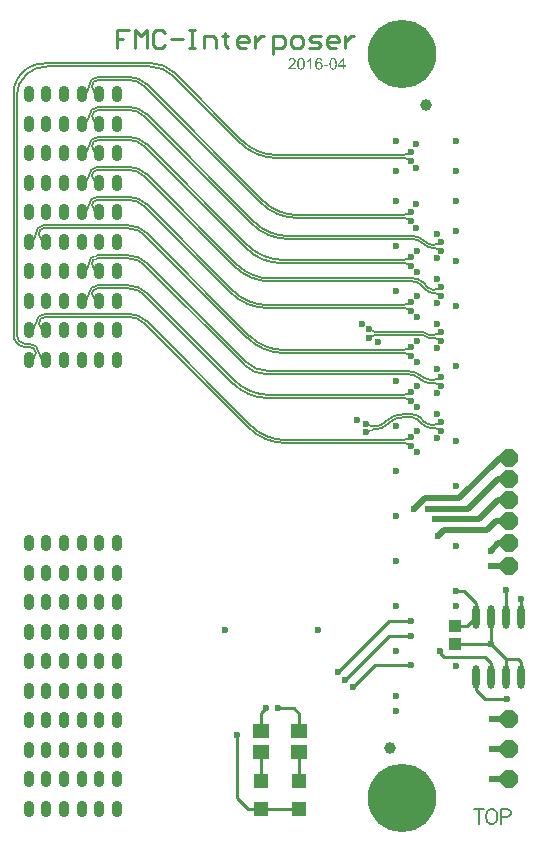
<source format=gtl>
G04 Layer_Physical_Order=1*
G04 Layer_Color=255*
%FSLAX24Y24*%
%MOIN*%
G70*
G01*
G75*
%ADD10C,0.0050*%
%ADD11C,0.0050*%
%ADD12R,0.0394X0.0394*%
%ADD13O,0.0236X0.0787*%
%ADD14R,0.0551X0.0472*%
%ADD15R,0.0512X0.0512*%
%ADD16P,0.0639X8X202.5*%
%ADD17C,0.0200*%
%ADD18C,0.0100*%
%ADD19C,0.0070*%
%ADD20O,0.0340X0.0550*%
%ADD21C,0.2283*%
%ADD22C,0.0394*%
%ADD23C,0.0236*%
G36*
X-3206Y22035D02*
X-3202Y22035D01*
X-3196Y22034D01*
X-3190Y22033D01*
X-3184Y22032D01*
X-3170Y22028D01*
X-3155Y22022D01*
X-3148Y22019D01*
X-3141Y22015D01*
X-3134Y22010D01*
X-3128Y22005D01*
X-3127Y22004D01*
X-3126Y22004D01*
X-3125Y22001D01*
X-3123Y21999D01*
X-3120Y21996D01*
X-3117Y21992D01*
X-3115Y21989D01*
X-3111Y21984D01*
X-3106Y21973D01*
X-3100Y21960D01*
X-3098Y21953D01*
X-3097Y21945D01*
X-3096Y21937D01*
X-3095Y21929D01*
Y21928D01*
Y21925D01*
X-3096Y21921D01*
X-3096Y21915D01*
X-3097Y21908D01*
X-3100Y21900D01*
X-3102Y21892D01*
X-3105Y21884D01*
X-3106Y21883D01*
X-3107Y21880D01*
X-3109Y21875D01*
X-3112Y21869D01*
X-3117Y21863D01*
X-3122Y21854D01*
X-3129Y21846D01*
X-3137Y21836D01*
X-3138Y21835D01*
X-3141Y21832D01*
X-3144Y21829D01*
X-3146Y21826D01*
X-3150Y21823D01*
X-3154Y21819D01*
X-3159Y21814D01*
X-3164Y21809D01*
X-3170Y21804D01*
X-3176Y21798D01*
X-3183Y21792D01*
X-3191Y21784D01*
X-3200Y21777D01*
X-3209Y21769D01*
X-3210Y21769D01*
X-3211Y21768D01*
X-3213Y21766D01*
X-3216Y21764D01*
X-3219Y21760D01*
X-3223Y21757D01*
X-3232Y21750D01*
X-3241Y21742D01*
X-3250Y21733D01*
X-3258Y21726D01*
X-3261Y21723D01*
X-3264Y21720D01*
X-3265Y21720D01*
X-3266Y21718D01*
X-3268Y21716D01*
X-3271Y21713D01*
X-3274Y21709D01*
X-3277Y21705D01*
X-3284Y21696D01*
X-3095D01*
Y21650D01*
X-3349D01*
Y21651D01*
Y21653D01*
Y21656D01*
X-3349Y21661D01*
X-3348Y21666D01*
X-3347Y21671D01*
X-3346Y21677D01*
X-3344Y21683D01*
Y21683D01*
X-3343Y21684D01*
X-3342Y21687D01*
X-3340Y21692D01*
X-3337Y21699D01*
X-3332Y21707D01*
X-3327Y21715D01*
X-3321Y21724D01*
X-3313Y21734D01*
Y21734D01*
X-3312Y21735D01*
X-3309Y21738D01*
X-3304Y21743D01*
X-3297Y21750D01*
X-3288Y21759D01*
X-3278Y21769D01*
X-3265Y21780D01*
X-3251Y21792D01*
X-3251Y21792D01*
X-3248Y21794D01*
X-3245Y21797D01*
X-3241Y21800D01*
X-3236Y21804D01*
X-3230Y21809D01*
X-3224Y21815D01*
X-3217Y21821D01*
X-3203Y21834D01*
X-3189Y21848D01*
X-3182Y21854D01*
X-3176Y21861D01*
X-3171Y21867D01*
X-3166Y21873D01*
Y21874D01*
X-3165Y21874D01*
X-3164Y21876D01*
X-3163Y21878D01*
X-3159Y21884D01*
X-3155Y21891D01*
X-3151Y21900D01*
X-3147Y21910D01*
X-3145Y21920D01*
X-3144Y21930D01*
Y21931D01*
Y21931D01*
X-3144Y21935D01*
X-3145Y21940D01*
X-3146Y21946D01*
X-3149Y21954D01*
X-3152Y21962D01*
X-3157Y21970D01*
X-3164Y21977D01*
X-3165Y21979D01*
X-3168Y21981D01*
X-3172Y21984D01*
X-3178Y21987D01*
X-3186Y21991D01*
X-3195Y21994D01*
X-3205Y21996D01*
X-3217Y21997D01*
X-3220D01*
X-3222Y21996D01*
X-3229Y21996D01*
X-3237Y21994D01*
X-3245Y21992D01*
X-3255Y21988D01*
X-3263Y21983D01*
X-3272Y21976D01*
X-3273Y21975D01*
X-3275Y21972D01*
X-3278Y21968D01*
X-3282Y21961D01*
X-3286Y21954D01*
X-3289Y21944D01*
X-3291Y21932D01*
X-3292Y21920D01*
X-3341Y21925D01*
Y21925D01*
X-3340Y21927D01*
Y21930D01*
X-3339Y21934D01*
X-3338Y21938D01*
X-3337Y21943D01*
X-3336Y21949D01*
X-3334Y21955D01*
X-3329Y21969D01*
X-3323Y21982D01*
X-3319Y21989D01*
X-3314Y21995D01*
X-3309Y22001D01*
X-3303Y22007D01*
X-3303Y22007D01*
X-3302Y22008D01*
X-3300Y22010D01*
X-3297Y22011D01*
X-3294Y22014D01*
X-3290Y22016D01*
X-3286Y22019D01*
X-3280Y22021D01*
X-3274Y22024D01*
X-3267Y22027D01*
X-3260Y22029D01*
X-3252Y22031D01*
X-3244Y22033D01*
X-3235Y22035D01*
X-3226Y22035D01*
X-3216Y22036D01*
X-3210D01*
X-3206Y22035D01*
D02*
G37*
G36*
X-2568Y21650D02*
X-2615D01*
Y21950D01*
X-2616Y21950D01*
X-2619Y21947D01*
X-2622Y21944D01*
X-2627Y21940D01*
X-2633Y21935D01*
X-2641Y21930D01*
X-2650Y21924D01*
X-2660Y21918D01*
X-2661D01*
X-2661Y21917D01*
X-2665Y21915D01*
X-2670Y21912D01*
X-2677Y21909D01*
X-2685Y21905D01*
X-2693Y21901D01*
X-2701Y21897D01*
X-2710Y21894D01*
Y21939D01*
X-2709D01*
X-2708Y21940D01*
X-2706Y21941D01*
X-2703Y21942D01*
X-2700Y21944D01*
X-2696Y21946D01*
X-2686Y21952D01*
X-2675Y21958D01*
X-2664Y21966D01*
X-2652Y21975D01*
X-2641Y21984D01*
X-2640Y21985D01*
X-2640Y21985D01*
X-2638Y21987D01*
X-2636Y21989D01*
X-2631Y21994D01*
X-2624Y22001D01*
X-2617Y22009D01*
X-2610Y22017D01*
X-2604Y22026D01*
X-2599Y22036D01*
X-2568D01*
Y21650D01*
D02*
G37*
G36*
X-1473Y21785D02*
X-1421D01*
Y21742D01*
X-1473D01*
Y21650D01*
X-1520D01*
Y21742D01*
X-1687D01*
Y21785D01*
X-1511Y22034D01*
X-1473D01*
Y21785D01*
D02*
G37*
G36*
X-1833Y22035D02*
X-1826Y22034D01*
X-1818Y22032D01*
X-1809Y22030D01*
X-1799Y22027D01*
X-1790Y22023D01*
X-1790D01*
X-1789Y22022D01*
X-1787Y22021D01*
X-1782Y22018D01*
X-1777Y22014D01*
X-1770Y22009D01*
X-1764Y22002D01*
X-1758Y21995D01*
X-1752Y21987D01*
X-1751Y21986D01*
X-1749Y21983D01*
X-1747Y21978D01*
X-1743Y21971D01*
X-1739Y21962D01*
X-1735Y21953D01*
X-1731Y21942D01*
X-1728Y21930D01*
Y21929D01*
X-1727Y21928D01*
X-1727Y21926D01*
X-1726Y21924D01*
X-1726Y21920D01*
X-1725Y21916D01*
X-1724Y21911D01*
X-1723Y21906D01*
X-1722Y21900D01*
X-1722Y21893D01*
X-1721Y21885D01*
X-1720Y21878D01*
X-1719Y21869D01*
Y21860D01*
X-1719Y21850D01*
Y21839D01*
Y21839D01*
Y21836D01*
Y21833D01*
Y21828D01*
X-1719Y21822D01*
Y21815D01*
X-1720Y21808D01*
X-1721Y21800D01*
X-1722Y21783D01*
X-1725Y21764D01*
X-1728Y21747D01*
X-1731Y21738D01*
X-1733Y21730D01*
Y21729D01*
X-1734Y21728D01*
X-1735Y21726D01*
X-1736Y21723D01*
X-1737Y21719D01*
X-1739Y21715D01*
X-1744Y21706D01*
X-1749Y21696D01*
X-1757Y21685D01*
X-1765Y21675D01*
X-1775Y21666D01*
X-1775D01*
X-1776Y21664D01*
X-1778Y21663D01*
X-1780Y21662D01*
X-1783Y21661D01*
X-1785Y21658D01*
X-1794Y21654D01*
X-1804Y21651D01*
X-1815Y21647D01*
X-1829Y21644D01*
X-1844Y21643D01*
X-1850D01*
X-1854Y21644D01*
X-1858Y21644D01*
X-1864Y21646D01*
X-1870Y21647D01*
X-1876Y21648D01*
X-1883Y21651D01*
X-1890Y21653D01*
X-1898Y21656D01*
X-1905Y21660D01*
X-1912Y21664D01*
X-1919Y21670D01*
X-1926Y21676D01*
X-1932Y21683D01*
X-1933Y21683D01*
X-1934Y21685D01*
X-1935Y21688D01*
X-1938Y21692D01*
X-1941Y21697D01*
X-1944Y21704D01*
X-1948Y21712D01*
X-1951Y21720D01*
X-1954Y21730D01*
X-1957Y21742D01*
X-1961Y21755D01*
X-1964Y21769D01*
X-1966Y21785D01*
X-1968Y21802D01*
X-1969Y21820D01*
X-1970Y21839D01*
Y21840D01*
Y21842D01*
Y21846D01*
Y21850D01*
X-1969Y21856D01*
Y21863D01*
X-1969Y21870D01*
X-1968Y21879D01*
X-1966Y21896D01*
X-1964Y21914D01*
X-1960Y21932D01*
X-1958Y21941D01*
X-1956Y21949D01*
Y21950D01*
X-1955Y21951D01*
X-1954Y21953D01*
X-1953Y21956D01*
X-1952Y21960D01*
X-1950Y21964D01*
X-1945Y21973D01*
X-1940Y21983D01*
X-1933Y21994D01*
X-1924Y22004D01*
X-1914Y22013D01*
X-1914D01*
X-1913Y22014D01*
X-1911Y22015D01*
X-1909Y22016D01*
X-1906Y22019D01*
X-1903Y22020D01*
X-1895Y22025D01*
X-1885Y22029D01*
X-1873Y22032D01*
X-1859Y22035D01*
X-1844Y22036D01*
X-1839D01*
X-1833Y22035D01*
D02*
G37*
G36*
X-2303D02*
X-2299D01*
X-2295Y22035D01*
X-2284Y22032D01*
X-2273Y22030D01*
X-2261Y22025D01*
X-2248Y22019D01*
X-2242Y22015D01*
X-2237Y22010D01*
X-2236Y22010D01*
X-2236Y22009D01*
X-2234Y22007D01*
X-2232Y22006D01*
X-2229Y22003D01*
X-2227Y22000D01*
X-2221Y21992D01*
X-2215Y21982D01*
X-2209Y21970D01*
X-2204Y21956D01*
X-2201Y21940D01*
X-2248Y21936D01*
Y21937D01*
X-2249Y21937D01*
X-2249Y21941D01*
X-2251Y21946D01*
X-2253Y21952D01*
X-2256Y21959D01*
X-2259Y21965D01*
X-2263Y21971D01*
X-2267Y21976D01*
X-2268Y21977D01*
X-2270Y21980D01*
X-2274Y21983D01*
X-2279Y21987D01*
X-2287Y21990D01*
X-2294Y21994D01*
X-2304Y21996D01*
X-2314Y21997D01*
X-2318D01*
X-2322Y21996D01*
X-2327Y21995D01*
X-2334Y21994D01*
X-2340Y21991D01*
X-2347Y21989D01*
X-2354Y21984D01*
X-2355Y21984D01*
X-2358Y21981D01*
X-2362Y21977D01*
X-2367Y21972D01*
X-2372Y21965D01*
X-2378Y21957D01*
X-2384Y21947D01*
X-2389Y21936D01*
Y21936D01*
X-2390Y21935D01*
X-2390Y21933D01*
X-2392Y21931D01*
X-2392Y21927D01*
X-2393Y21924D01*
X-2394Y21919D01*
X-2395Y21914D01*
X-2397Y21908D01*
X-2398Y21901D01*
X-2399Y21894D01*
X-2400Y21886D01*
X-2401Y21877D01*
X-2402Y21868D01*
X-2402Y21858D01*
Y21848D01*
X-2402Y21849D01*
X-2399Y21852D01*
X-2395Y21856D01*
X-2390Y21862D01*
X-2385Y21869D01*
X-2378Y21875D01*
X-2370Y21881D01*
X-2361Y21886D01*
X-2360D01*
X-2360Y21887D01*
X-2357Y21889D01*
X-2352Y21890D01*
X-2345Y21893D01*
X-2337Y21895D01*
X-2328Y21897D01*
X-2319Y21899D01*
X-2309Y21899D01*
X-2304D01*
X-2301Y21899D01*
X-2297Y21898D01*
X-2292Y21898D01*
X-2287Y21896D01*
X-2281Y21895D01*
X-2268Y21891D01*
X-2262Y21888D01*
X-2255Y21884D01*
X-2248Y21880D01*
X-2241Y21876D01*
X-2234Y21870D01*
X-2228Y21864D01*
X-2228Y21864D01*
X-2227Y21863D01*
X-2225Y21861D01*
X-2223Y21858D01*
X-2221Y21854D01*
X-2218Y21850D01*
X-2215Y21845D01*
X-2212Y21840D01*
X-2208Y21834D01*
X-2206Y21827D01*
X-2203Y21819D01*
X-2200Y21812D01*
X-2198Y21803D01*
X-2197Y21794D01*
X-2196Y21784D01*
X-2195Y21774D01*
Y21774D01*
Y21773D01*
Y21771D01*
Y21768D01*
X-2196Y21765D01*
Y21762D01*
X-2197Y21753D01*
X-2199Y21742D01*
X-2202Y21731D01*
X-2206Y21719D01*
X-2211Y21707D01*
Y21707D01*
X-2212Y21706D01*
X-2213Y21704D01*
X-2214Y21702D01*
X-2217Y21697D01*
X-2222Y21689D01*
X-2228Y21682D01*
X-2236Y21674D01*
X-2244Y21666D01*
X-2254Y21659D01*
X-2254D01*
X-2255Y21659D01*
X-2257Y21658D01*
X-2259Y21657D01*
X-2264Y21654D01*
X-2272Y21652D01*
X-2281Y21648D01*
X-2292Y21646D01*
X-2303Y21644D01*
X-2316Y21643D01*
X-2319D01*
X-2322Y21644D01*
X-2326D01*
X-2331Y21644D01*
X-2337Y21646D01*
X-2343Y21647D01*
X-2350Y21649D01*
X-2358Y21651D01*
X-2365Y21654D01*
X-2373Y21657D01*
X-2382Y21662D01*
X-2389Y21667D01*
X-2397Y21672D01*
X-2405Y21679D01*
X-2412Y21687D01*
X-2413Y21687D01*
X-2414Y21689D01*
X-2415Y21691D01*
X-2418Y21695D01*
X-2421Y21700D01*
X-2424Y21706D01*
X-2427Y21713D01*
X-2430Y21720D01*
X-2434Y21730D01*
X-2438Y21740D01*
X-2440Y21752D01*
X-2443Y21765D01*
X-2446Y21779D01*
X-2448Y21795D01*
X-2449Y21812D01*
X-2449Y21829D01*
Y21830D01*
Y21830D01*
Y21832D01*
Y21834D01*
X-2449Y21840D01*
Y21848D01*
X-2448Y21856D01*
X-2447Y21867D01*
X-2446Y21879D01*
X-2444Y21891D01*
X-2442Y21904D01*
X-2439Y21918D01*
X-2436Y21931D01*
X-2432Y21945D01*
X-2427Y21957D01*
X-2421Y21970D01*
X-2415Y21981D01*
X-2408Y21991D01*
X-2408Y21992D01*
X-2406Y21993D01*
X-2404Y21995D01*
X-2402Y21999D01*
X-2398Y22002D01*
X-2394Y22005D01*
X-2388Y22010D01*
X-2383Y22014D01*
X-2376Y22017D01*
X-2369Y22022D01*
X-2360Y22025D01*
X-2352Y22029D01*
X-2343Y22032D01*
X-2333Y22034D01*
X-2322Y22035D01*
X-2311Y22036D01*
X-2307D01*
X-2303Y22035D01*
D02*
G37*
G36*
X-2908D02*
X-2900Y22034D01*
X-2892Y22032D01*
X-2883Y22030D01*
X-2874Y22027D01*
X-2865Y22023D01*
X-2864D01*
X-2864Y22022D01*
X-2861Y22021D01*
X-2857Y22018D01*
X-2851Y22014D01*
X-2845Y22009D01*
X-2838Y22002D01*
X-2832Y21995D01*
X-2826Y21987D01*
X-2826Y21986D01*
X-2823Y21983D01*
X-2821Y21978D01*
X-2817Y21971D01*
X-2814Y21962D01*
X-2809Y21953D01*
X-2806Y21942D01*
X-2802Y21930D01*
Y21929D01*
X-2802Y21928D01*
X-2801Y21926D01*
X-2801Y21924D01*
X-2800Y21920D01*
X-2799Y21916D01*
X-2798Y21911D01*
X-2798Y21906D01*
X-2797Y21900D01*
X-2796Y21893D01*
X-2796Y21885D01*
X-2794Y21878D01*
X-2794Y21869D01*
Y21860D01*
X-2793Y21850D01*
Y21839D01*
Y21839D01*
Y21836D01*
Y21833D01*
Y21828D01*
X-2794Y21822D01*
Y21815D01*
X-2794Y21808D01*
X-2795Y21800D01*
X-2797Y21783D01*
X-2799Y21764D01*
X-2803Y21747D01*
X-2805Y21738D01*
X-2808Y21730D01*
Y21729D01*
X-2808Y21728D01*
X-2809Y21726D01*
X-2811Y21723D01*
X-2812Y21719D01*
X-2814Y21715D01*
X-2818Y21706D01*
X-2824Y21696D01*
X-2831Y21685D01*
X-2839Y21675D01*
X-2849Y21666D01*
X-2850D01*
X-2851Y21664D01*
X-2852Y21663D01*
X-2854Y21662D01*
X-2857Y21661D01*
X-2860Y21658D01*
X-2868Y21654D01*
X-2878Y21651D01*
X-2890Y21647D01*
X-2904Y21644D01*
X-2919Y21643D01*
X-2924D01*
X-2928Y21644D01*
X-2933Y21644D01*
X-2938Y21646D01*
X-2944Y21647D01*
X-2951Y21648D01*
X-2958Y21651D01*
X-2965Y21653D01*
X-2972Y21656D01*
X-2979Y21660D01*
X-2986Y21664D01*
X-2994Y21670D01*
X-3000Y21676D01*
X-3006Y21683D01*
X-3007Y21683D01*
X-3008Y21685D01*
X-3010Y21688D01*
X-3013Y21692D01*
X-3015Y21697D01*
X-3018Y21704D01*
X-3022Y21712D01*
X-3025Y21720D01*
X-3029Y21730D01*
X-3032Y21742D01*
X-3035Y21755D01*
X-3038Y21769D01*
X-3041Y21785D01*
X-3043Y21802D01*
X-3044Y21820D01*
X-3044Y21839D01*
Y21840D01*
Y21842D01*
Y21846D01*
Y21850D01*
X-3044Y21856D01*
Y21863D01*
X-3043Y21870D01*
X-3043Y21879D01*
X-3041Y21896D01*
X-3038Y21914D01*
X-3035Y21932D01*
X-3033Y21941D01*
X-3030Y21949D01*
Y21950D01*
X-3030Y21951D01*
X-3029Y21953D01*
X-3028Y21956D01*
X-3026Y21960D01*
X-3024Y21964D01*
X-3020Y21973D01*
X-3014Y21983D01*
X-3007Y21994D01*
X-2999Y22004D01*
X-2989Y22013D01*
X-2988D01*
X-2988Y22014D01*
X-2986Y22015D01*
X-2984Y22016D01*
X-2981Y22019D01*
X-2978Y22020D01*
X-2969Y22025D01*
X-2959Y22029D01*
X-2948Y22032D01*
X-2934Y22035D01*
X-2919Y22036D01*
X-2914D01*
X-2908Y22035D01*
D02*
G37*
G36*
X-2008Y21765D02*
X-2154D01*
Y21813D01*
X-2008D01*
Y21765D01*
D02*
G37*
%LPC*%
G36*
X-1845Y21997D02*
X-1848D01*
X-1850Y21996D01*
X-1856Y21995D01*
X-1864Y21994D01*
X-1872Y21990D01*
X-1881Y21985D01*
X-1885Y21982D01*
X-1890Y21979D01*
X-1894Y21974D01*
X-1898Y21969D01*
Y21969D01*
X-1899Y21967D01*
X-1900Y21965D01*
X-1901Y21962D01*
X-1903Y21958D01*
X-1905Y21953D01*
X-1907Y21947D01*
X-1909Y21940D01*
X-1911Y21931D01*
X-1914Y21922D01*
X-1916Y21911D01*
X-1918Y21900D01*
X-1919Y21886D01*
X-1920Y21872D01*
X-1921Y21856D01*
X-1921Y21839D01*
Y21838D01*
Y21835D01*
Y21830D01*
X-1921Y21824D01*
Y21816D01*
X-1920Y21808D01*
X-1920Y21798D01*
X-1919Y21788D01*
X-1916Y21767D01*
X-1914Y21756D01*
X-1912Y21746D01*
X-1910Y21737D01*
X-1906Y21728D01*
X-1903Y21720D01*
X-1899Y21713D01*
Y21713D01*
X-1898Y21712D01*
X-1895Y21708D01*
X-1890Y21703D01*
X-1884Y21698D01*
X-1876Y21692D01*
X-1866Y21687D01*
X-1856Y21683D01*
X-1850Y21683D01*
X-1844Y21682D01*
X-1841D01*
X-1839Y21683D01*
X-1833Y21684D01*
X-1825Y21686D01*
X-1817Y21690D01*
X-1808Y21696D01*
X-1803Y21699D01*
X-1799Y21703D01*
X-1794Y21708D01*
X-1790Y21713D01*
Y21714D01*
X-1789Y21715D01*
X-1788Y21717D01*
X-1787Y21719D01*
X-1784Y21723D01*
X-1783Y21728D01*
X-1780Y21734D01*
X-1778Y21740D01*
X-1777Y21749D01*
X-1774Y21758D01*
X-1772Y21768D01*
X-1770Y21779D01*
X-1769Y21793D01*
X-1768Y21807D01*
X-1767Y21822D01*
Y21839D01*
Y21840D01*
Y21840D01*
Y21843D01*
Y21848D01*
X-1768Y21855D01*
Y21862D01*
X-1768Y21871D01*
X-1769Y21880D01*
X-1770Y21891D01*
X-1773Y21912D01*
X-1774Y21923D01*
X-1777Y21932D01*
X-1779Y21942D01*
X-1782Y21951D01*
X-1785Y21959D01*
X-1789Y21965D01*
Y21966D01*
X-1790Y21966D01*
X-1792Y21968D01*
X-1793Y21970D01*
X-1798Y21975D01*
X-1804Y21981D01*
X-1813Y21987D01*
X-1822Y21992D01*
X-1827Y21994D01*
X-1833Y21996D01*
X-1839Y21996D01*
X-1845Y21997D01*
D02*
G37*
G36*
X-1520Y21957D02*
X-1641Y21785D01*
X-1520D01*
Y21957D01*
D02*
G37*
G36*
X-2919Y21997D02*
X-2923D01*
X-2925Y21996D01*
X-2931Y21995D01*
X-2938Y21994D01*
X-2947Y21990D01*
X-2955Y21985D01*
X-2960Y21982D01*
X-2964Y21979D01*
X-2968Y21974D01*
X-2972Y21969D01*
Y21969D01*
X-2973Y21967D01*
X-2974Y21965D01*
X-2976Y21962D01*
X-2978Y21958D01*
X-2980Y21953D01*
X-2981Y21947D01*
X-2984Y21940D01*
X-2986Y21931D01*
X-2988Y21922D01*
X-2990Y21911D01*
X-2992Y21900D01*
X-2994Y21886D01*
X-2995Y21872D01*
X-2995Y21856D01*
X-2996Y21839D01*
Y21838D01*
Y21835D01*
Y21830D01*
X-2995Y21824D01*
Y21816D01*
X-2995Y21808D01*
X-2994Y21798D01*
X-2993Y21788D01*
X-2990Y21767D01*
X-2989Y21756D01*
X-2986Y21746D01*
X-2984Y21737D01*
X-2981Y21728D01*
X-2978Y21720D01*
X-2974Y21713D01*
Y21713D01*
X-2973Y21712D01*
X-2970Y21708D01*
X-2965Y21703D01*
X-2959Y21698D01*
X-2950Y21692D01*
X-2941Y21687D01*
X-2930Y21683D01*
X-2925Y21683D01*
X-2919Y21682D01*
X-2915D01*
X-2913Y21683D01*
X-2908Y21684D01*
X-2900Y21686D01*
X-2892Y21690D01*
X-2882Y21696D01*
X-2878Y21699D01*
X-2873Y21703D01*
X-2869Y21708D01*
X-2864Y21713D01*
Y21714D01*
X-2863Y21715D01*
X-2862Y21717D01*
X-2861Y21719D01*
X-2859Y21723D01*
X-2857Y21728D01*
X-2855Y21734D01*
X-2853Y21740D01*
X-2851Y21749D01*
X-2849Y21758D01*
X-2847Y21768D01*
X-2845Y21779D01*
X-2844Y21793D01*
X-2843Y21807D01*
X-2842Y21822D01*
Y21839D01*
Y21840D01*
Y21840D01*
Y21843D01*
Y21848D01*
X-2842Y21855D01*
Y21862D01*
X-2843Y21871D01*
X-2843Y21880D01*
X-2844Y21891D01*
X-2847Y21912D01*
X-2849Y21923D01*
X-2851Y21932D01*
X-2853Y21942D01*
X-2857Y21951D01*
X-2860Y21959D01*
X-2864Y21965D01*
Y21966D01*
X-2865Y21966D01*
X-2866Y21968D01*
X-2868Y21970D01*
X-2873Y21975D01*
X-2879Y21981D01*
X-2887Y21987D01*
X-2897Y21992D01*
X-2902Y21994D01*
X-2907Y21996D01*
X-2913Y21996D01*
X-2919Y21997D01*
D02*
G37*
G36*
X-2318Y21858D02*
X-2322D01*
X-2324Y21857D01*
X-2329Y21856D01*
X-2337Y21855D01*
X-2345Y21852D01*
X-2355Y21848D01*
X-2364Y21842D01*
X-2373Y21834D01*
X-2374Y21833D01*
X-2376Y21830D01*
X-2380Y21825D01*
X-2384Y21818D01*
X-2388Y21810D01*
X-2392Y21799D01*
X-2394Y21788D01*
X-2395Y21774D01*
Y21773D01*
Y21770D01*
X-2394Y21765D01*
X-2394Y21759D01*
X-2393Y21752D01*
X-2390Y21744D01*
X-2388Y21736D01*
X-2385Y21728D01*
X-2384Y21727D01*
X-2383Y21724D01*
X-2380Y21720D01*
X-2377Y21715D01*
X-2373Y21710D01*
X-2368Y21704D01*
X-2363Y21699D01*
X-2356Y21694D01*
X-2355Y21693D01*
X-2353Y21692D01*
X-2349Y21690D01*
X-2344Y21688D01*
X-2338Y21686D01*
X-2332Y21684D01*
X-2324Y21683D01*
X-2317Y21682D01*
X-2314D01*
X-2312Y21683D01*
X-2306Y21683D01*
X-2299Y21685D01*
X-2291Y21688D01*
X-2282Y21692D01*
X-2273Y21698D01*
X-2269Y21702D01*
X-2265Y21706D01*
Y21707D01*
X-2264Y21707D01*
X-2262Y21711D01*
X-2258Y21716D01*
X-2254Y21723D01*
X-2250Y21733D01*
X-2247Y21744D01*
X-2244Y21757D01*
X-2243Y21772D01*
Y21772D01*
Y21773D01*
Y21775D01*
X-2244Y21778D01*
Y21782D01*
X-2244Y21785D01*
X-2246Y21794D01*
X-2248Y21804D01*
X-2252Y21815D01*
X-2258Y21825D01*
X-2265Y21834D01*
X-2266Y21835D01*
X-2269Y21838D01*
X-2273Y21841D01*
X-2279Y21846D01*
X-2287Y21850D01*
X-2296Y21854D01*
X-2307Y21856D01*
X-2318Y21858D01*
D02*
G37*
%LPD*%
D10*
X750Y13607D02*
G03*
X525Y13700I-225J-225D01*
G01*
X-8138Y17088D02*
G03*
X-8650Y17300I-512J-512D01*
G01*
X-9717D02*
G03*
X-9883Y17134I0J-166D01*
G01*
D02*
G03*
X-9638Y16889I245J0D01*
G01*
X-5257Y14207D02*
G03*
X-4033Y13700I1223J1223D01*
G01*
X750Y9107D02*
G03*
X525Y9200I-225J-225D01*
G01*
X-8138Y13188D02*
G03*
X-8650Y13400I-512J-512D01*
G01*
X-11452D02*
G03*
X-11655Y13197I0J-203D01*
G01*
D02*
G03*
X-11409Y12952I245J0D01*
G01*
X-4657Y9707D02*
G03*
X-3433Y9200I1223J1223D01*
G01*
X1164Y11374D02*
G03*
X1101Y11429I-553J-564D01*
G01*
X1169Y11369D02*
G03*
X1164Y11374I-559J-559D01*
G01*
X1525Y11300D02*
G03*
X1750Y11393I0J318D01*
G01*
X1164Y11374D02*
G03*
X1393Y11300I230J318D01*
G01*
X-9733Y15450D02*
G03*
X-9983Y15200I0J-250D01*
G01*
X-8067Y15209D02*
G03*
X-8650Y15450I-583J-583D01*
G01*
X-4781Y11922D02*
G03*
X-4003Y11600I778J778D01*
G01*
X1101Y11429D02*
G03*
X610Y11600I-491J-619D01*
G01*
X750Y12107D02*
G03*
X525Y12200I-225J-225D01*
G01*
X-4707Y12707D02*
G03*
X-3483Y12200I1223J1223D01*
G01*
X-8138Y16138D02*
G03*
X-8650Y16350I-512J-512D01*
G01*
X-11505D02*
G03*
X-11655Y16200I0J-150D01*
G01*
Y16150D02*
G03*
X-11409Y15905I245J0D01*
G01*
X1525Y14300D02*
G03*
X1750Y14393I0J318D01*
G01*
X1329Y14371D02*
G03*
X1500Y14300I171J171D01*
G01*
X-9702Y18400D02*
G03*
X-9983Y18119I0J-281D01*
G01*
X-8067Y18159D02*
G03*
X-8650Y18400I-583J-583D01*
G01*
X1150Y14550D02*
G03*
X824Y14685I-326J-326D01*
G01*
X-5071Y15162D02*
G03*
X-3918Y14685I1153J1153D01*
G01*
X1050Y10050D02*
G03*
X809Y10150I-241J-241D01*
G01*
X433D02*
G03*
X-50Y9950I0J-683D01*
G01*
X1525Y9800D02*
G03*
X1750Y9893I0J318D01*
G01*
X1194Y9906D02*
G03*
X1450Y9800I256J256D01*
G01*
X-490Y9750D02*
G03*
X-80Y9920I0J579D01*
G01*
X-750Y9843D02*
G03*
X-525Y9750I225J225D01*
G01*
X1098Y11298D02*
G03*
X1393Y11200I295J395D01*
G01*
X1750Y11107D02*
G03*
X1525Y11200I-225J-225D01*
G01*
X1035Y11354D02*
G03*
X610Y11500I-425J-544D01*
G01*
X1098Y11298D02*
G03*
X1035Y11354I-488J-488D01*
G01*
X-8138Y15138D02*
G03*
X-8650Y15350I-512J-512D01*
G01*
X-9883Y15166D02*
G03*
X-9638Y14920I245J0D01*
G01*
X-9733Y15350D02*
G03*
X-9883Y15200I0J-150D01*
G01*
X-4793Y11793D02*
G03*
X-4086Y11500I707J707D01*
G01*
X-650Y12993D02*
G03*
X-437Y12900I225J225D01*
G01*
X1525Y12800D02*
G03*
X1750Y12893I0J318D01*
G01*
X1321Y12821D02*
G03*
X1371Y12800I50J50D01*
G01*
X1321Y12821D02*
G03*
X1129Y12900I-192J-192D01*
G01*
X525Y16800D02*
G03*
X750Y16893I0J318D01*
G01*
X-4186Y17277D02*
G03*
X-3033Y16800I1153J1153D01*
G01*
X-8067Y21159D02*
G03*
X-8650Y21400I-583J-583D01*
G01*
X-9683D02*
G03*
X-9983Y21100I0J-300D01*
G01*
X1750Y14107D02*
G03*
X1525Y14200I-225J-225D01*
G01*
X1259Y14300D02*
G03*
X1500Y14200I241J241D01*
G01*
X-8138Y18088D02*
G03*
X-8650Y18300I-512J-512D01*
G01*
X-9702D02*
G03*
X-9883Y18118I0J-181D01*
G01*
D02*
G03*
X-9638Y17873I245J0D01*
G01*
X1079Y14479D02*
G03*
X824Y14585I-255J-255D01*
G01*
X-5142Y15092D02*
G03*
X-3918Y14585I1223J1223D01*
G01*
X979Y9979D02*
G03*
X809Y10050I-171J-171D01*
G01*
X1123Y9835D02*
G03*
X1450Y9700I327J327D01*
G01*
X433Y10050D02*
G03*
X21Y9879I0J-583D01*
G01*
X1750Y9607D02*
G03*
X1525Y9700I-225J-225D01*
G01*
X-490Y9650D02*
G03*
X-10Y9849I0J679D01*
G01*
X-525Y9650D02*
G03*
X-750Y9557I0J-318D01*
G01*
X525Y15300D02*
G03*
X750Y15393I0J318D01*
G01*
X-4715Y15807D02*
G03*
X-3492Y15300I1223J1223D01*
G01*
X-8067Y19159D02*
G03*
X-8650Y19400I-583J-583D01*
G01*
X-9683D02*
G03*
X-9983Y19100I0J-300D01*
G01*
X-10226Y18857D02*
G03*
X-9983Y19100I0J243D01*
G01*
X750Y16607D02*
G03*
X525Y16700I-225J-225D01*
G01*
X-8138Y21088D02*
G03*
X-8650Y21300I-512J-512D01*
G01*
X-9683D02*
G03*
X-9883Y21100I0J-200D01*
G01*
X-4257Y17207D02*
G03*
X-3033Y16700I1223J1223D01*
G01*
X-9883Y21071D02*
G03*
X-9638Y20826I245J0D01*
G01*
X1250Y12750D02*
G03*
X1371Y12700I121J121D01*
G01*
X1250Y12750D02*
G03*
X1129Y12800I-121J-121D01*
G01*
X-450Y12800D02*
G03*
X-632Y12724I0J-258D01*
G01*
X1750Y12607D02*
G03*
X1525Y12700I-225J-225D01*
G01*
X-7157Y21557D02*
G03*
X-7864Y21850I-707J-707D01*
G01*
X525Y18800D02*
G03*
X750Y18893I0J318D01*
G01*
X-4877Y19277D02*
G03*
X-3725Y18800I1153J1153D01*
G01*
X-11500Y21850D02*
G03*
X-12394Y21297I0J-1000D01*
G01*
D02*
G03*
X-12500Y20850I894J-447D01*
G01*
X-11755Y12200D02*
G03*
X-11955Y12400I-200J0D01*
G01*
X-11987Y11968D02*
G03*
X-11755Y12200I0J232D01*
G01*
X-12500Y12800D02*
G03*
X-12100Y12400I400J0D01*
G01*
X750Y15107D02*
G03*
X525Y15200I-225J-225D01*
G01*
X-4727Y15677D02*
G03*
X-3575Y15200I1153J1153D01*
G01*
X-8138Y19088D02*
G03*
X-8650Y19300I-512J-512D01*
G01*
X-9683D02*
G03*
X-9883Y19100I0J-200D01*
G01*
D02*
G03*
X-9641Y18857I243J0D01*
G01*
X1525Y15800D02*
G03*
X1750Y15893I0J318D01*
G01*
X1209Y15924D02*
G03*
X1510Y15800I301J301D01*
G01*
X-9670Y20400D02*
G03*
X-9983Y20087I0J-313D01*
G01*
X-8067Y20159D02*
G03*
X-8650Y20400I-583J-583D01*
G01*
X1209Y15925D02*
G03*
X786Y16100I-423J-424D01*
G01*
X-4486Y16577D02*
G03*
X-3333Y16100I1153J1153D01*
G01*
X750Y18607D02*
G03*
X525Y18700I-225J-225D01*
G01*
X-7169Y21428D02*
G03*
X-7947Y21750I-778J-778D01*
G01*
X-4948Y19207D02*
G03*
X-3725Y18700I1223J1223D01*
G01*
X-11400Y21750D02*
G03*
X-12063Y21498I0J-1000D01*
G01*
D02*
G03*
X-12400Y20750I663J-748D01*
G01*
Y12800D02*
G03*
X-12100Y12500I300J0D01*
G01*
X-11655Y12200D02*
G03*
X-11422Y11968I232J0D01*
G01*
X-11655Y12200D02*
G03*
X-11955Y12500I-300J0D01*
G01*
X525Y10800D02*
G03*
X750Y10893I0J318D01*
G01*
X-8067Y14209D02*
G03*
X-8650Y14450I-583J-583D01*
G01*
X-9715D02*
G03*
X-9983Y14181I0J-269D01*
G01*
X-5165Y11307D02*
G03*
X-3942Y10800I1223J1223D01*
G01*
X1750Y15607D02*
G03*
X1525Y15700I-225J-225D01*
G01*
X1139Y15854D02*
G03*
X786Y16000I-353J-353D01*
G01*
X1139Y15854D02*
G03*
X1510Y15700I371J371D01*
G01*
X-8138Y20088D02*
G03*
X-8650Y20300I-512J-512D01*
G01*
X-9670D02*
G03*
X-9883Y20087I0J-213D01*
G01*
D02*
G03*
X-9638Y19842I245J0D01*
G01*
X-4557Y16507D02*
G03*
X-3333Y16000I1223J1223D01*
G01*
X525Y13800D02*
G03*
X750Y13893I0J318D01*
G01*
X-8067Y17159D02*
G03*
X-8650Y17400I-583J-583D01*
G01*
X-9717D02*
G03*
X-9983Y17134I0J-266D01*
G01*
X-5186Y14277D02*
G03*
X-4033Y13800I1153J1153D01*
G01*
X525Y9300D02*
G03*
X750Y9393I0J318D01*
G01*
X-8067Y13259D02*
G03*
X-8650Y13500I-583J-583D01*
G01*
X-11452D02*
G03*
X-11755Y13197I0J-303D01*
G01*
X-4586Y9777D02*
G03*
X-3433Y9300I1153J1153D01*
G01*
X750Y10607D02*
G03*
X525Y10700I-225J-225D01*
G01*
X-8138Y14138D02*
G03*
X-8650Y14350I-512J-512D01*
G01*
X-9715D02*
G03*
X-9883Y14181I0J-169D01*
G01*
D02*
G03*
X-9638Y13936I245J0D01*
G01*
X-5177Y11177D02*
G03*
X-4025Y10700I1153J1153D01*
G01*
X525Y12300D02*
G03*
X750Y12393I0J318D01*
G01*
X-4636Y12777D02*
G03*
X-3483Y12300I1153J1153D01*
G01*
X-8067Y16209D02*
G03*
X-8650Y16450I-583J-583D01*
G01*
X-11505D02*
G03*
X-11755Y16200I0J-250D01*
G01*
X-10228Y14920D02*
G03*
X-9983Y15166I0J245D01*
G01*
X-10228Y20826D02*
G03*
X-9983Y21071I0J245D01*
G01*
X-10228Y16889D02*
G03*
X-9983Y17134I0J245D01*
G01*
X-10228Y13936D02*
G03*
X-9983Y14181I0J245D01*
G01*
X-10228Y19842D02*
G03*
X-9983Y20087I0J245D01*
G01*
X1209Y15925D02*
G03*
X1209Y15924I301J301D01*
G01*
X-10228Y17873D02*
G03*
X-9983Y18119I0J245D01*
G01*
X-12000Y12952D02*
G03*
X-11755Y13197I0J245D01*
G01*
X-12000Y15905D02*
G03*
X-11755Y16150I0J245D01*
G01*
X-4033Y13700D02*
X525D01*
X-9717Y17300D02*
X-8650D01*
X-8138Y17088D02*
X-5257Y14207D01*
X-3433Y9200D02*
X525D01*
X-11452Y13400D02*
X-8650D01*
X-8138Y13188D02*
X-4657Y9707D01*
X1393Y11300D02*
X1525D01*
X-9733Y15450D02*
X-8650D01*
X-9983Y15166D02*
Y15200D01*
X-4003Y11600D02*
X610D01*
X-8067Y15209D02*
X-4781Y11922D01*
X-3483Y12200D02*
X525D01*
X-11505Y16350D02*
X-8650D01*
X-11655Y16150D02*
Y16200D01*
X-8138Y16138D02*
X-4707Y12707D01*
X1500Y14300D02*
X1525D01*
X-9702Y18400D02*
X-8650D01*
X-3918Y14685D02*
X824D01*
X1329Y14371D02*
X1329Y14371D01*
X1150Y14550D02*
X1329Y14371D01*
X433Y10150D02*
X809D01*
X-80Y9920D02*
X-50Y9950D01*
X1450Y9800D02*
X1525D01*
X-525Y9750D02*
X-490D01*
X1393Y11200D02*
X1525D01*
X-9733Y15350D02*
X-8650D01*
X-9883Y15166D02*
Y15200D01*
X-4086Y11500D02*
X610D01*
X-8138Y15138D02*
X-4793Y11793D01*
X-437Y12900D02*
X1129D01*
X-437Y12900D02*
X-437Y12900D01*
X1371Y12800D02*
X1525D01*
X-3033Y16800D02*
X525D01*
X-9683Y21400D02*
X-8650D01*
X-9983Y21071D02*
Y21100D01*
X1500Y14200D02*
X1525D01*
X1079Y14479D02*
X1259Y14300D01*
X-9702Y18300D02*
X-8650D01*
X-3918Y14585D02*
X824D01*
X-8138Y18088D02*
X-5142Y15092D01*
X979Y9979D02*
X1123Y9835D01*
X1450Y9700D02*
X1525D01*
X433Y10050D02*
X809D01*
X-10Y9849D02*
X21Y9879D01*
X-525Y9650D02*
X-490D01*
X-3492Y15300D02*
X525D01*
X-9683Y19400D02*
X-8650D01*
X-10228Y18857D02*
X-10226D01*
X-4257Y17207D02*
Y17207D01*
X-3033Y16700D02*
X525D01*
X-9683Y21300D02*
X-8650D01*
X-9883Y21071D02*
Y21100D01*
X-8138Y21088D02*
X-4257Y17207D01*
X1371Y12700D02*
X1525D01*
X1371D02*
X1371D01*
X-450Y12800D02*
X1129D01*
X-450Y12800D02*
X-450Y12800D01*
X-650Y12707D02*
X-632Y12724D01*
X-7157Y21557D02*
X-4877Y19277D01*
X-3725Y18800D02*
X525D01*
X-11500Y21850D02*
X-7864D01*
X-12100Y12400D02*
X-11955D01*
X-12500Y12800D02*
Y20850D01*
X-12000Y11968D02*
X-11987D01*
X-3575Y15200D02*
X525D01*
X-9683Y19300D02*
X-8650D01*
X-9641Y18857D02*
X-9638D01*
X-8138Y19088D02*
X-4727Y15677D01*
X1510Y15800D02*
X1525D01*
X-9670Y20400D02*
X-8650D01*
X786Y16100D02*
X786D01*
X-3333D02*
X786D01*
X-3725Y18700D02*
X525D01*
X-7169Y21428D02*
X-4948Y19207D01*
X-11400Y21750D02*
X-7947D01*
X-12400Y12800D02*
Y20750D01*
X-11422Y11968D02*
X-11409D01*
X-12100Y12500D02*
X-11955D01*
X-3942Y10800D02*
X525D01*
X-9715Y14450D02*
X-8650D01*
X1510Y15700D02*
X1525D01*
X-9670Y20300D02*
X-8650D01*
X-3333Y16000D02*
X786D01*
X-8138Y20088D02*
X-4557Y16507D01*
X-4033Y13800D02*
X525D01*
X-9717Y17400D02*
X-8650D01*
X-3433Y9300D02*
X525D01*
X-11452Y13500D02*
X-8650D01*
X-4025Y10700D02*
X525D01*
X-9715Y14350D02*
X-8650D01*
X-8138Y14138D02*
X-5177Y11177D01*
X-3483Y12300D02*
X525D01*
X-11505Y16450D02*
X-8650D01*
X-11755Y16150D02*
Y16200D01*
X-8067Y21159D02*
X-4186Y17277D01*
X-8067Y19159D02*
X-4715Y15807D01*
X-8067Y17159D02*
X-5186Y14277D01*
X-8067Y14209D02*
X-5165Y11307D01*
X-8067Y20159D02*
X-4486Y16577D01*
X-8067Y18159D02*
X-5071Y15162D01*
X-8067Y13259D02*
X-4586Y9777D01*
X1050Y10050D02*
X1194Y9906D01*
X-8067Y16209D02*
X-4636Y12777D01*
D11*
X1329Y14371D02*
D03*
X-650Y12707D02*
D03*
X1209Y15925D02*
D03*
X-650Y12993D02*
D03*
D12*
X2203Y3114D02*
D03*
Y2484D02*
D03*
D13*
X2900Y1416D02*
D03*
X3400D02*
D03*
X3900D02*
D03*
X4400D02*
D03*
X2900Y3384D02*
D03*
X3400D02*
D03*
X3900D02*
D03*
X4400D02*
D03*
D14*
X-2997Y-401D02*
D03*
Y-1109D02*
D03*
X-4247Y-401D02*
D03*
Y-1109D02*
D03*
D15*
X-4250Y-2055D02*
D03*
Y-3000D02*
D03*
X-3000Y-2055D02*
D03*
Y-3000D02*
D03*
D16*
X4000Y8700D02*
D03*
Y6600D02*
D03*
Y8000D02*
D03*
Y7300D02*
D03*
Y5850D02*
D03*
Y5100D02*
D03*
Y-2000D02*
D03*
Y-1000D02*
D03*
Y0D02*
D03*
D17*
X3285Y6300D02*
X3585Y6600D01*
X1850Y6300D02*
X3285D01*
X1650Y6100D02*
X1850Y6300D01*
X2350Y7350D02*
X3700Y8700D01*
X1200Y7350D02*
X2350D01*
X850Y7000D02*
X1200Y7350D01*
X2650Y7000D02*
X3650Y8000D01*
X1314Y7000D02*
X2650D01*
X3700Y8700D02*
X4000D01*
X1550Y6650D02*
X3000D01*
X3585Y6600D02*
X4000D01*
X3400Y5100D02*
X4000D01*
X3400Y5585D02*
X3665Y5850D01*
X4000D01*
X3650Y8000D02*
X4000D01*
X3000Y6650D02*
X3650Y7300D01*
X4000D01*
X3450Y-2000D02*
X4000D01*
X3450Y-1000D02*
X4000D01*
X3450Y0D02*
X4000D01*
D18*
X3900Y3384D02*
Y4300D01*
X4400Y3384D02*
Y4000D01*
X2900Y950D02*
X3200Y650D01*
X3950D01*
X-4247Y203D02*
X-4100Y350D01*
X-4247Y-401D02*
Y203D01*
X-2997Y-401D02*
Y182D01*
X-3165Y350D02*
X-2997Y182D01*
X-3700Y350D02*
X-3165D01*
X-3000Y-1112D02*
X-2997Y-1109D01*
X-3000Y-2055D02*
Y-1112D01*
X-4250D02*
X-4247Y-1109D01*
X-4250Y-2055D02*
Y-1112D01*
Y-3000D02*
X-3000D01*
X-4700D02*
X-4250D01*
X-5050Y-2650D02*
X-4700Y-3000D01*
X-5050Y-2650D02*
Y-550D01*
X0Y3250D02*
X750D01*
X-1700Y1550D02*
X0Y3250D01*
Y2750D02*
X750D01*
X-1450Y1300D02*
X0Y2750D01*
X-450Y1800D02*
X750D01*
X-1200Y1050D02*
X-450Y1800D01*
X3400Y2484D02*
Y3384D01*
X2203Y2484D02*
X3400D01*
X3900Y1416D02*
Y1984D01*
X3400Y2484D02*
X3900Y1984D01*
X4316D01*
X4400Y1900D01*
Y1416D02*
Y1900D01*
X2203Y3114D02*
X2629D01*
X2900Y3384D01*
X2250Y4250D02*
X2526D01*
X2900Y3876D01*
Y3384D02*
Y3876D01*
X1700Y2200D02*
Y2250D01*
Y2200D02*
X1850Y2050D01*
X3200D01*
X3400Y1850D01*
Y1416D02*
Y1850D01*
X2900Y950D02*
Y1416D01*
X-8650Y22950D02*
X-9050D01*
Y22650D01*
X-8850D01*
X-9050D01*
Y22350D01*
X-8450D02*
Y22950D01*
X-8250Y22750D01*
X-8050Y22950D01*
Y22350D01*
X-7451Y22850D02*
X-7550Y22950D01*
X-7750D01*
X-7850Y22850D01*
Y22450D01*
X-7750Y22350D01*
X-7550D01*
X-7451Y22450D01*
X-7251Y22650D02*
X-6851D01*
X-6651Y22950D02*
X-6451D01*
X-6551D01*
Y22350D01*
X-6651D01*
X-6451D01*
X-6151D02*
Y22750D01*
X-5851D01*
X-5751Y22650D01*
Y22350D01*
X-5451Y22850D02*
Y22750D01*
X-5551D01*
X-5351D01*
X-5451D01*
Y22450D01*
X-5351Y22350D01*
X-4751D02*
X-4951D01*
X-5051Y22450D01*
Y22650D01*
X-4951Y22750D01*
X-4751D01*
X-4651Y22650D01*
Y22550D01*
X-5051D01*
X-4451Y22750D02*
Y22350D01*
Y22550D01*
X-4352Y22650D01*
X-4252Y22750D01*
X-4152D01*
X-3852Y22150D02*
Y22750D01*
X-3552D01*
X-3452Y22650D01*
Y22450D01*
X-3552Y22350D01*
X-3852D01*
X-3152D02*
X-2952D01*
X-2852Y22450D01*
Y22650D01*
X-2952Y22750D01*
X-3152D01*
X-3252Y22650D01*
Y22450D01*
X-3152Y22350D01*
X-2652D02*
X-2352D01*
X-2252Y22450D01*
X-2352Y22550D01*
X-2552D01*
X-2652Y22650D01*
X-2552Y22750D01*
X-2252D01*
X-1752Y22350D02*
X-1952D01*
X-2052Y22450D01*
Y22650D01*
X-1952Y22750D01*
X-1752D01*
X-1652Y22650D01*
Y22550D01*
X-2052D01*
X-1452Y22750D02*
Y22350D01*
Y22550D01*
X-1352Y22650D01*
X-1253Y22750D01*
X-1153D01*
D19*
X3017Y-3000D02*
Y-3500D01*
X2850Y-3000D02*
X3183D01*
X3386D02*
X3338Y-3024D01*
X3290Y-3072D01*
X3267Y-3119D01*
X3243Y-3191D01*
Y-3310D01*
X3267Y-3381D01*
X3290Y-3429D01*
X3338Y-3476D01*
X3386Y-3500D01*
X3481D01*
X3528Y-3476D01*
X3576Y-3429D01*
X3600Y-3381D01*
X3624Y-3310D01*
Y-3191D01*
X3600Y-3119D01*
X3576Y-3072D01*
X3528Y-3024D01*
X3481Y-3000D01*
X3386D01*
X3740Y-3262D02*
X3955D01*
X4026Y-3238D01*
X4050Y-3214D01*
X4074Y-3167D01*
Y-3095D01*
X4050Y-3048D01*
X4026Y-3024D01*
X3955Y-3000D01*
X3740D01*
Y-3500D01*
D20*
X-12000Y18857D02*
D03*
X-11409D02*
D03*
X-10228Y20826D02*
D03*
X-9638D02*
D03*
X-12000D02*
D03*
X-9047D02*
D03*
Y19842D02*
D03*
Y18857D02*
D03*
Y17873D02*
D03*
Y16889D02*
D03*
Y15905D02*
D03*
Y14920D02*
D03*
Y13936D02*
D03*
Y12952D02*
D03*
Y11968D02*
D03*
X-9638Y19842D02*
D03*
Y18857D02*
D03*
Y17873D02*
D03*
Y16889D02*
D03*
Y15905D02*
D03*
Y14920D02*
D03*
Y13936D02*
D03*
Y12952D02*
D03*
Y11968D02*
D03*
X-10228Y19842D02*
D03*
Y18857D02*
D03*
Y17873D02*
D03*
Y16889D02*
D03*
Y15905D02*
D03*
Y14920D02*
D03*
Y13936D02*
D03*
Y12952D02*
D03*
Y11968D02*
D03*
X-10819Y20826D02*
D03*
Y19842D02*
D03*
Y18857D02*
D03*
Y17873D02*
D03*
Y16889D02*
D03*
Y15905D02*
D03*
Y14920D02*
D03*
Y13936D02*
D03*
Y12952D02*
D03*
Y11968D02*
D03*
X-11409Y20826D02*
D03*
Y19842D02*
D03*
Y17873D02*
D03*
Y16889D02*
D03*
Y15905D02*
D03*
Y14920D02*
D03*
Y13936D02*
D03*
Y12952D02*
D03*
Y11968D02*
D03*
X-12000D02*
D03*
Y12952D02*
D03*
Y13936D02*
D03*
Y14920D02*
D03*
Y15905D02*
D03*
Y16889D02*
D03*
Y17873D02*
D03*
Y19842D02*
D03*
X-9047Y5858D02*
D03*
Y4874D02*
D03*
Y3890D02*
D03*
Y2906D02*
D03*
Y1921D02*
D03*
Y937D02*
D03*
Y-47D02*
D03*
Y-1032D02*
D03*
Y-2016D02*
D03*
Y-3000D02*
D03*
X-9638Y5858D02*
D03*
Y4874D02*
D03*
Y3890D02*
D03*
Y2906D02*
D03*
Y1921D02*
D03*
Y937D02*
D03*
Y-47D02*
D03*
Y-1032D02*
D03*
Y-2016D02*
D03*
Y-3000D02*
D03*
X-10228Y5858D02*
D03*
Y4874D02*
D03*
Y3890D02*
D03*
Y2906D02*
D03*
Y1921D02*
D03*
Y937D02*
D03*
Y-47D02*
D03*
Y-1032D02*
D03*
Y-2016D02*
D03*
Y-3000D02*
D03*
X-10819Y5858D02*
D03*
Y4874D02*
D03*
Y3890D02*
D03*
Y2906D02*
D03*
Y1921D02*
D03*
Y937D02*
D03*
Y-47D02*
D03*
Y-1032D02*
D03*
Y-2016D02*
D03*
Y-3000D02*
D03*
X-11409Y5858D02*
D03*
Y4874D02*
D03*
Y3890D02*
D03*
Y2906D02*
D03*
Y1921D02*
D03*
Y937D02*
D03*
Y-47D02*
D03*
Y-1032D02*
D03*
Y-2016D02*
D03*
Y-3000D02*
D03*
X-12000D02*
D03*
Y-2016D02*
D03*
Y-1032D02*
D03*
Y-47D02*
D03*
Y937D02*
D03*
Y1921D02*
D03*
Y2906D02*
D03*
Y3890D02*
D03*
Y4874D02*
D03*
Y5858D02*
D03*
D21*
X463Y-2648D02*
D03*
Y22155D02*
D03*
D22*
X50Y-955D02*
D03*
X1250Y20455D02*
D03*
D23*
X750Y18893D02*
D03*
Y18607D02*
D03*
X1550Y6650D02*
D03*
X850Y7000D02*
D03*
X1314Y7000D02*
D03*
X1650Y6100D02*
D03*
X3400Y5100D02*
D03*
X3400Y5585D02*
D03*
X3900Y4300D02*
D03*
X4400Y4000D02*
D03*
X3450Y-2000D02*
D03*
Y-1000D02*
D03*
Y0D02*
D03*
X3950Y650D02*
D03*
X250Y9750D02*
D03*
X1750Y11393D02*
D03*
Y11107D02*
D03*
X-4100Y350D02*
D03*
X-3700D02*
D03*
X2250Y5750D02*
D03*
Y1750D02*
D03*
Y7750D02*
D03*
Y9250D02*
D03*
Y11750D02*
D03*
Y13750D02*
D03*
Y19250D02*
D03*
X250Y5250D02*
D03*
Y6750D02*
D03*
Y8250D02*
D03*
Y19250D02*
D03*
Y15750D02*
D03*
Y14250D02*
D03*
Y11250D02*
D03*
Y18250D02*
D03*
Y17250D02*
D03*
X2250Y18250D02*
D03*
Y17250D02*
D03*
Y16250D02*
D03*
Y15250D02*
D03*
X900Y16350D02*
D03*
Y18350D02*
D03*
X250Y750D02*
D03*
X900Y19150D02*
D03*
Y17150D02*
D03*
X950Y14900D02*
D03*
Y15600D02*
D03*
X-2350Y2950D02*
D03*
X250Y250D02*
D03*
Y2250D02*
D03*
Y3750D02*
D03*
X750Y10893D02*
D03*
Y10607D02*
D03*
Y13893D02*
D03*
Y13607D02*
D03*
Y15393D02*
D03*
Y15107D02*
D03*
Y16607D02*
D03*
Y16893D02*
D03*
X1600Y15350D02*
D03*
Y16150D02*
D03*
X950Y12600D02*
D03*
Y11900D02*
D03*
Y13400D02*
D03*
Y14100D02*
D03*
X1600Y12350D02*
D03*
Y13150D02*
D03*
Y13850D02*
D03*
Y14650D02*
D03*
X1750Y15607D02*
D03*
Y15893D02*
D03*
X-1050Y9950D02*
D03*
X950Y8900D02*
D03*
Y9600D02*
D03*
X1600Y9350D02*
D03*
Y10150D02*
D03*
X950Y10400D02*
D03*
Y11100D02*
D03*
X1600Y10850D02*
D03*
Y11650D02*
D03*
X-900Y13150D02*
D03*
X1750Y14393D02*
D03*
Y14107D02*
D03*
X750Y9107D02*
D03*
Y9393D02*
D03*
X-5450Y2950D02*
D03*
X-5050Y-550D02*
D03*
X-1700Y1550D02*
D03*
X-1450Y1300D02*
D03*
X-1200Y1050D02*
D03*
X750Y3250D02*
D03*
Y1800D02*
D03*
Y2750D02*
D03*
X2250Y4250D02*
D03*
Y3750D02*
D03*
X1700Y2250D02*
D03*
X3400Y2484D02*
D03*
X-750Y9843D02*
D03*
Y9557D02*
D03*
X1750Y9607D02*
D03*
Y9893D02*
D03*
X750Y12393D02*
D03*
Y12107D02*
D03*
X-350Y12550D02*
D03*
X-650Y12993D02*
D03*
X1750Y12893D02*
D03*
X-650Y12707D02*
D03*
X1750Y12607D02*
D03*
M02*

</source>
